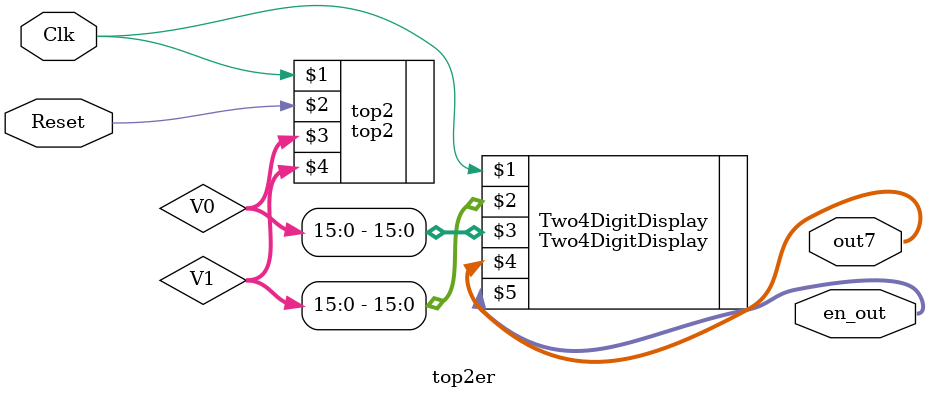
<source format=v>
`timescale 1ns / 1ps

////  Overall percent effort of each team meber: 
//  Patrick - 33.3%, Kyle - 33.3%, Aiden - 33.3%



module top2er(Reset, Clk, out7, en_out);

input Reset, Clk;
output wire [6:0] out7; //seg a, b, ... g
output wire [7:0] en_out;
wire ClkOut;

wire [31:0] V0, V1;


//ClkDiv ClkDiv(ClkOut, Reset, ClkOut);
top2 top2(Clk, Reset, V0, V1);

Two4DigitDisplay Two4DigitDisplay(Clk, V1[15:0], V0[15:0], out7, en_out);




endmodule

</source>
